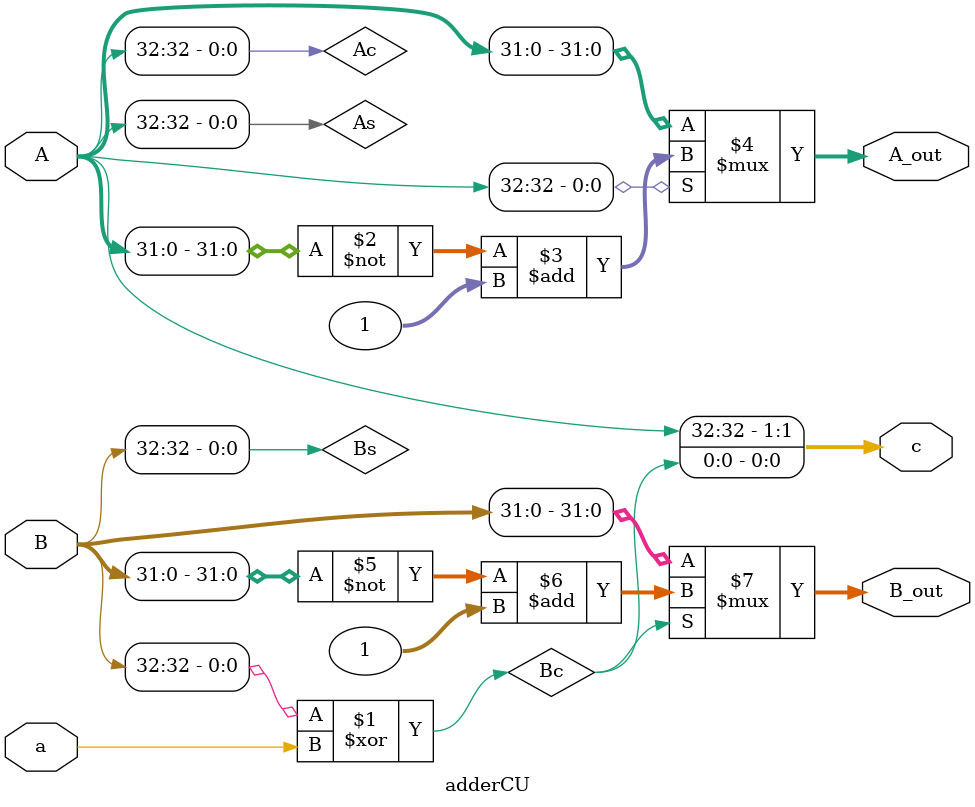
<source format=sv>
module onebitadd (
    input  wire A,
    input  wire B,
    input  wire Cin,
    output wire D,
    output wire Cout
);
    assign D = A ^ B ^ Cin;
    assign Cout = (A & B) | (B & Cin) | (A & Cin);
endmodule

module thirty2bit (
    input  wire Cin,
    input  wire [31:0] X,
    input  wire [31:0] Y,
    output wire [31:0] Sum,
    output wire Cout
);
    wire [32:0] carry;
    assign carry[0] = Cin;

    genvar i;
    generate
        for (i = 0; i < 32; i = i + 1) begin : name4syntax
            onebitadd add (
                .A(X[i]),
                .B(Y[i]),
                .Cin(carry[i]),
                .D(Sum[i]),
                .Cout(carry[i+1])
            );
        end
    endgenerate

    assign Cout = carry[32];
endmodule

module adderCU (
    input  wire [32:0] A,
    input  wire [32:0] B,
    input  wire a,
    output wire [31:0] A_out,
  output wire [31:0] B_out,
  output wire [1:0] c // LINE JUST FOR TESTBENCH. CAN BE REMOVED FOR FINAL PRODUCT. It's just because I wanted to test the Ac and Bc outputs, based on the truth tables to simplify the verification process.
);
   
    wire As = A[32];
    wire Bs = B[32];

    wire Ac = As;          
    wire Bc = Bs ^ a;  

  assign A_out = (Ac) ? (~A[31:0] + 1) : A[31:0];
  assign B_out = (Bc) ? (~B[31:0] + 1) : B[31:0];
  assign c[1]= Ac;// LINE JUST FOR TESTBENCH.
  assign c[0]= Bc;// LINE JUST FOR TESTBENCH. 
endmodule

  
</source>
